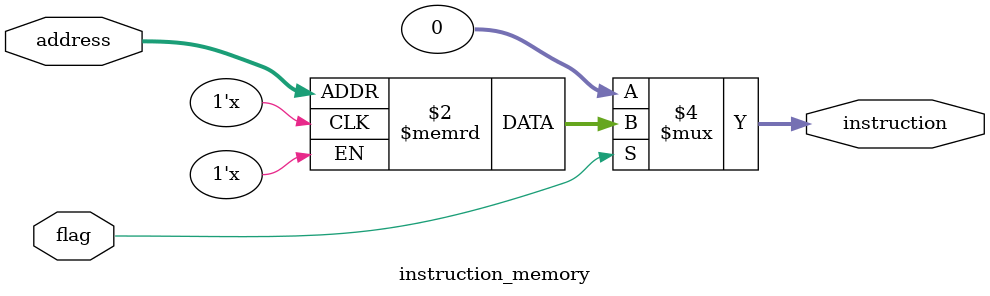
<source format=v>
`timescale 1ns / 1ps


module instruction_memory(
    input wire[15:0] address,
    input wire flag,
    output reg[31:0] instruction
    );

    reg [31:0] memory [0:127];
;
    always @(*) begin
        if(flag)begin
            instruction=memory[address];
        end
        else begin
            instruction=32'h0;
        end
    end

endmodule

</source>
